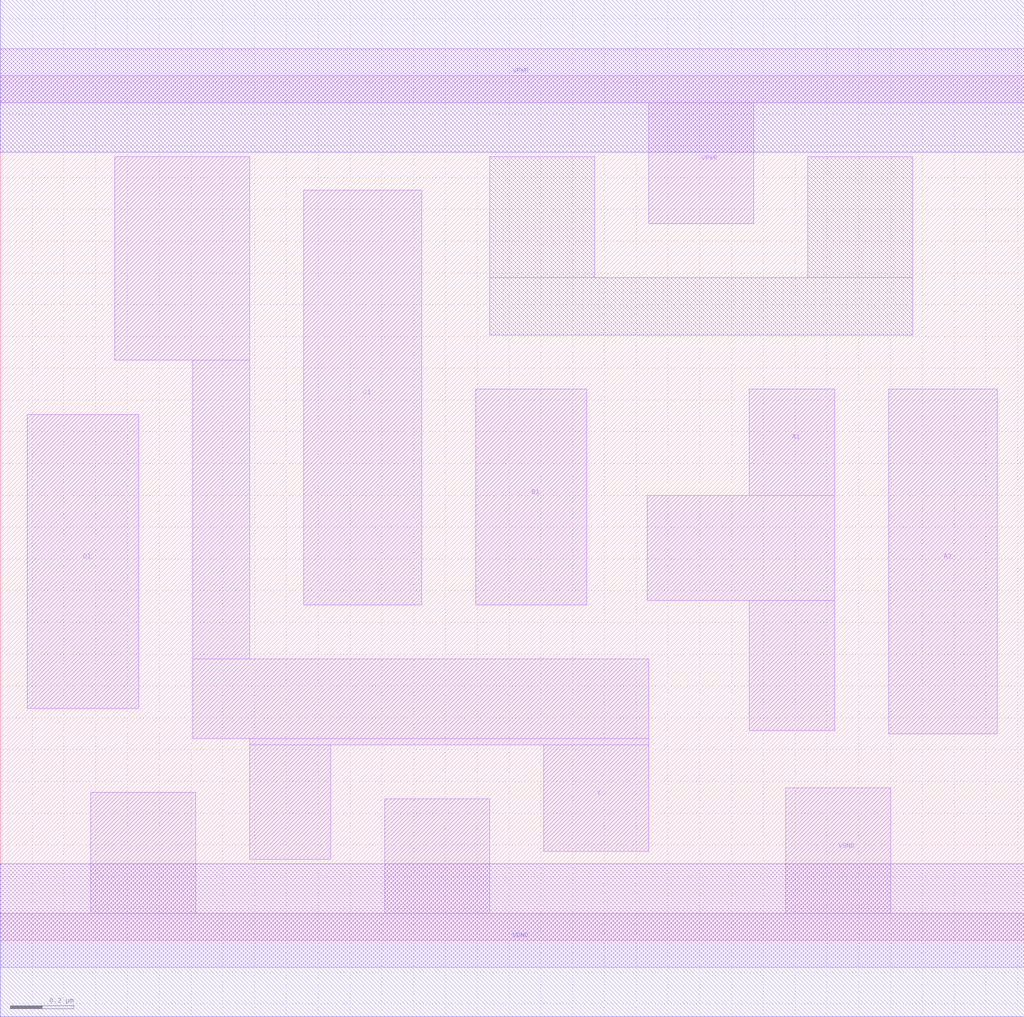
<source format=lef>
# Copyright 2020 The SkyWater PDK Authors
#
# Licensed under the Apache License, Version 2.0 (the "License");
# you may not use this file except in compliance with the License.
# You may obtain a copy of the License at
#
#     https://www.apache.org/licenses/LICENSE-2.0
#
# Unless required by applicable law or agreed to in writing, software
# distributed under the License is distributed on an "AS IS" BASIS,
# WITHOUT WARRANTIES OR CONDITIONS OF ANY KIND, either express or implied.
# See the License for the specific language governing permissions and
# limitations under the License.
#
# SPDX-License-Identifier: Apache-2.0

VERSION 5.5 ;
NAMESCASESENSITIVE ON ;
BUSBITCHARS "[]" ;
DIVIDERCHAR "/" ;
MACRO sky130_fd_sc_hd__a2111oi_0
  CLASS CORE ;
  SOURCE USER ;
  ORIGIN  0.000000  0.000000 ;
  SIZE  3.220000 BY  2.720000 ;
  SYMMETRY X Y R90 ;
  SITE unithd ;
  PIN A1
    ANTENNAGATEAREA  0.159000 ;
    DIRECTION INPUT ;
    USE SIGNAL ;
    PORT
      LAYER li1 ;
        RECT 2.035000 1.070000 2.625000 1.400000 ;
        RECT 2.355000 0.660000 2.625000 1.070000 ;
        RECT 2.355000 1.400000 2.625000 1.735000 ;
    END
  END A1
  PIN A2
    ANTENNAGATEAREA  0.159000 ;
    DIRECTION INPUT ;
    USE SIGNAL ;
    PORT
      LAYER li1 ;
        RECT 2.795000 0.650000 3.135000 1.735000 ;
    END
  END A2
  PIN B1
    ANTENNAGATEAREA  0.159000 ;
    DIRECTION INPUT ;
    USE SIGNAL ;
    PORT
      LAYER li1 ;
        RECT 1.495000 1.055000 1.845000 1.735000 ;
    END
  END B1
  PIN C1
    ANTENNAGATEAREA  0.159000 ;
    DIRECTION INPUT ;
    USE SIGNAL ;
    PORT
      LAYER li1 ;
        RECT 0.955000 1.055000 1.325000 2.360000 ;
    END
  END C1
  PIN D1
    ANTENNAGATEAREA  0.159000 ;
    DIRECTION INPUT ;
    USE SIGNAL ;
    PORT
      LAYER li1 ;
        RECT 0.085000 0.730000 0.435000 1.655000 ;
    END
  END D1
  PIN Y
    ANTENNADIFFAREA  0.424000 ;
    DIRECTION OUTPUT ;
    USE SIGNAL ;
    PORT
      LAYER li1 ;
        RECT 0.360000 1.825000 0.785000 2.465000 ;
        RECT 0.605000 0.635000 2.040000 0.885000 ;
        RECT 0.605000 0.885000 0.785000 1.825000 ;
        RECT 0.785000 0.255000 1.040000 0.615000 ;
        RECT 0.785000 0.615000 2.040000 0.635000 ;
        RECT 1.710000 0.280000 2.040000 0.615000 ;
    END
  END Y
  PIN VGND
    DIRECTION INOUT ;
    SHAPE ABUTMENT ;
    USE GROUND ;
    PORT
      LAYER li1 ;
        RECT 0.000000 -0.085000 3.220000 0.085000 ;
        RECT 0.285000  0.085000 0.615000 0.465000 ;
        RECT 1.210000  0.085000 1.540000 0.445000 ;
        RECT 2.470000  0.085000 2.800000 0.480000 ;
    END
    PORT
      LAYER met1 ;
        RECT 0.000000 -0.240000 3.220000 0.240000 ;
    END
  END VGND
  PIN VPWR
    DIRECTION INOUT ;
    SHAPE ABUTMENT ;
    USE POWER ;
    PORT
      LAYER li1 ;
        RECT 0.000000 2.635000 3.220000 2.805000 ;
        RECT 2.040000 2.255000 2.370000 2.635000 ;
    END
    PORT
      LAYER met1 ;
        RECT 0.000000 2.480000 3.220000 2.960000 ;
    END
  END VPWR
  OBS
    LAYER li1 ;
      RECT 1.540000 1.905000 2.870000 2.085000 ;
      RECT 1.540000 2.085000 1.870000 2.465000 ;
      RECT 2.540000 2.085000 2.870000 2.465000 ;
  END
END sky130_fd_sc_hd__a2111oi_0
END LIBRARY

</source>
